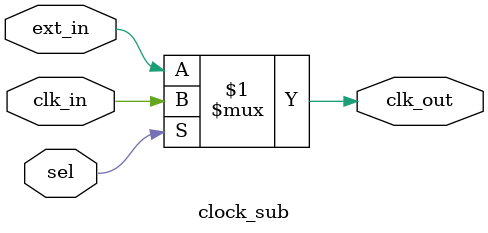
<source format=v>
`timescale 1ns / 1ps


module clock_sub(
    input clk_in,
    input ext_in,
    input sel,
    output wire clk_out
    );
    // Do we even need reset here?  I don't think so.  It is just a MUX
    assign clk_out = (sel) ? clk_in : ext_in;
    
endmodule

</source>
